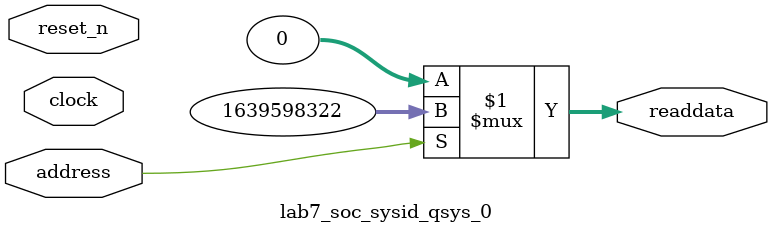
<source format=v>



// synthesis translate_off
`timescale 1ns / 1ps
// synthesis translate_on

// turn off superfluous verilog processor warnings 
// altera message_level Level1 
// altera message_off 10034 10035 10036 10037 10230 10240 10030 

module lab7_soc_sysid_qsys_0 (
               // inputs:
                address,
                clock,
                reset_n,

               // outputs:
                readdata
             )
;

  output  [ 31: 0] readdata;
  input            address;
  input            clock;
  input            reset_n;

  wire    [ 31: 0] readdata;
  //control_slave, which is an e_avalon_slave
  assign readdata = address ? 1639598322 : 0;

endmodule



</source>
